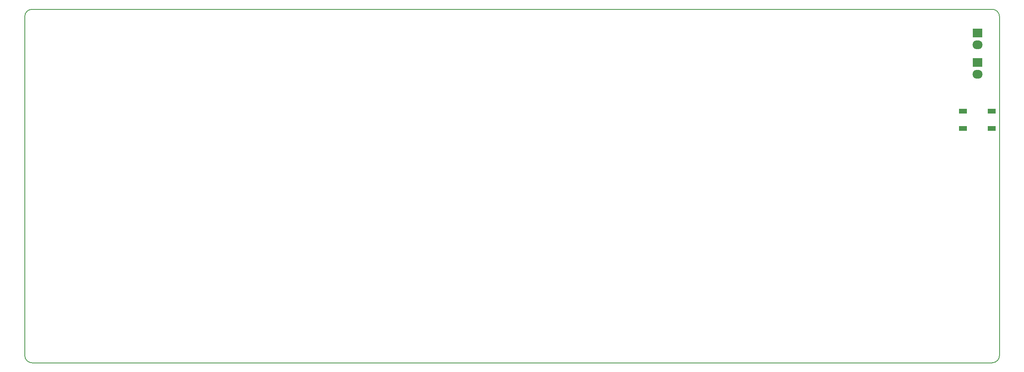
<source format=gbr>
%TF.GenerationSoftware,KiCad,Pcbnew,(7.0.0)*%
%TF.CreationDate,2023-05-29T16:43:27+02:00*%
%TF.ProjectId,Didaktik,44696461-6b74-4696-9b2e-6b696361645f,rev?*%
%TF.SameCoordinates,Original*%
%TF.FileFunction,Paste,Top*%
%TF.FilePolarity,Positive*%
%FSLAX46Y46*%
G04 Gerber Fmt 4.6, Leading zero omitted, Abs format (unit mm)*
G04 Created by KiCad (PCBNEW (7.0.0)) date 2023-05-29 16:43:27*
%MOMM*%
%LPD*%
G01*
G04 APERTURE LIST*
%ADD10O,2.159000X1.905000*%
%ADD11R,2.159000X1.905000*%
%ADD12R,1.800000X1.100000*%
%TA.AperFunction,Profile*%
%ADD13C,0.150000*%
%TD*%
G04 APERTURE END LIST*
D10*
%TO.C,D42*%
X236537499Y-45719999D03*
D11*
X236537499Y-43179999D03*
%TD*%
D10*
%TO.C,D43*%
X236537499Y-39369999D03*
D11*
X236537499Y-36829999D03*
%TD*%
D12*
%TO.C,SW_Reset1*%
X239637499Y-57412499D03*
X233437499Y-53712499D03*
X239637499Y-53712499D03*
X233437499Y-57412499D03*
%TD*%
D13*
X31750000Y-106362500D02*
G75*
G03*
X33337500Y-107950000I1587500J0D01*
G01*
X33337500Y-31750000D02*
X239712500Y-31750000D01*
X31750000Y-106362500D02*
X31750000Y-33337500D01*
X239712500Y-107950000D02*
G75*
G03*
X241300000Y-106362500I0J1587500D01*
G01*
X239712500Y-107950000D02*
X33337500Y-107950000D01*
X241300000Y-33337500D02*
G75*
G03*
X239712500Y-31750000I-1587500J0D01*
G01*
X33337500Y-31750000D02*
G75*
G03*
X31750000Y-33337500I0J-1587500D01*
G01*
X241300000Y-33337500D02*
X241300000Y-106362500D01*
M02*

</source>
